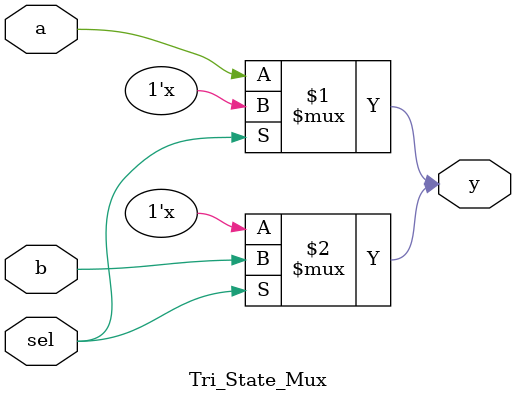
<source format=v>
`timescale 1ns / 1ps


module Tri_State_Mux(input sel,a,b,output y);
bufif0(y,a,sel);
bufif1(y,b,sel);
endmodule

</source>
